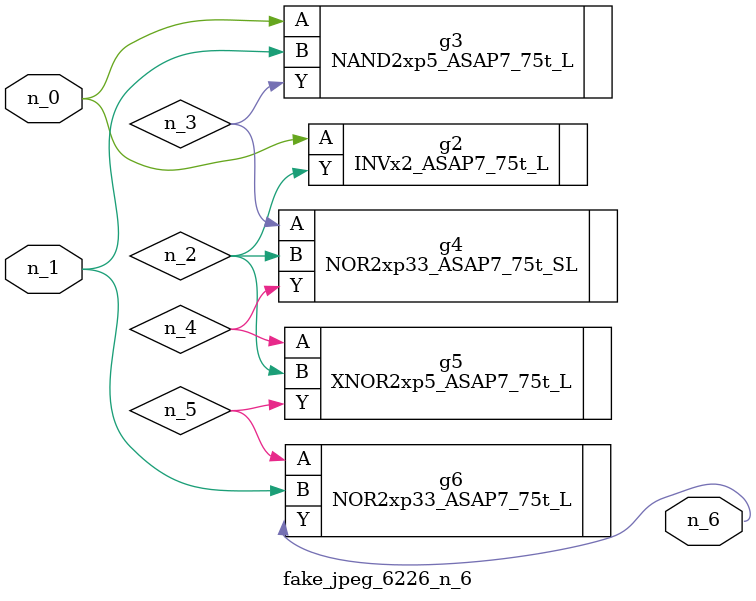
<source format=v>
module fake_jpeg_6226_n_6 (n_0, n_1, n_6);

input n_0;
input n_1;

output n_6;

wire n_2;
wire n_3;
wire n_4;
wire n_5;

INVx2_ASAP7_75t_L g2 ( 
.A(n_0),
.Y(n_2)
);

NAND2xp5_ASAP7_75t_L g3 ( 
.A(n_0),
.B(n_1),
.Y(n_3)
);

NOR2xp33_ASAP7_75t_SL g4 ( 
.A(n_3),
.B(n_2),
.Y(n_4)
);

XNOR2xp5_ASAP7_75t_L g5 ( 
.A(n_4),
.B(n_2),
.Y(n_5)
);

NOR2xp33_ASAP7_75t_L g6 ( 
.A(n_5),
.B(n_1),
.Y(n_6)
);


endmodule
</source>
